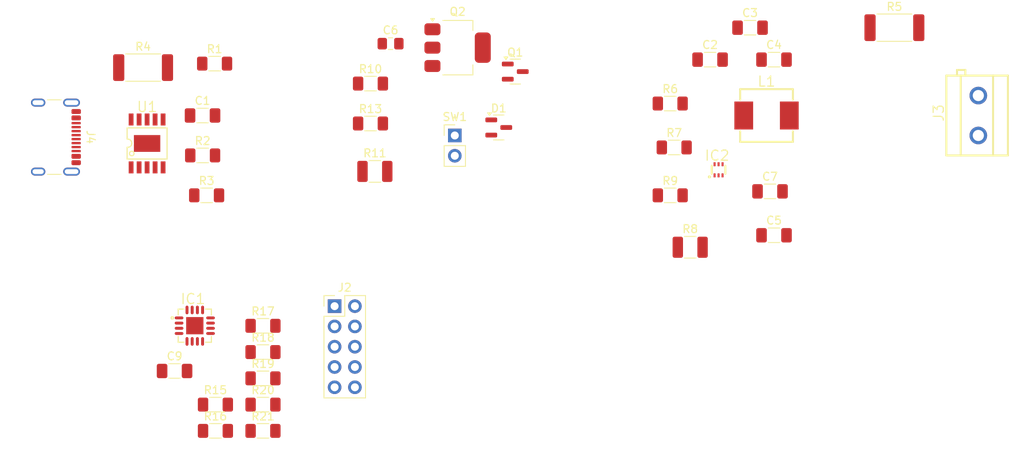
<source format=kicad_pcb>
(kicad_pcb (version 20240108) (generator "pcbnew") (generator_version "8.0")
  (layers (0 "F.Cu" signal) (31 "B.Cu" signal) (34 "B.Paste" user) (35 "F.Paste" user) (36 "B.SilkS" user "B.Silkscreen") (37 "F.SilkS" user "F.Silkscreen") (38 "B.Mask" user) (39 "F.Mask" user) (44 "Edge.Cuts" user))
  (net 0 "")
  (net 1 "GND")
  (net 2 "Net-(U1-VDD)")
  (net 3 "Vbuck")
  (net 4 "Vin_p_2")
  (net 5 "Net-(IC2-FB)")
  (net 6 "Vbus")
  (net 7 "Net-(Q1-D)")
  (net 8 "Vin_n_2")
  (net 9 "Net-(Q1-G)")
  (net 10 "Net-(D1-Pad3)")
  (net 11 "Critical")
  (net 12 "SCL")
  (net 13 "Warning")
  (net 14 "Vin_p_1")
  (net 16 "TC")
  (net 17 "PV")
  (net 18 "Net-(IC1-VPU)")
  (net 19 "SDA")
  (net 20 "Net-(IC2-EN)")
  (net 21 "Net-(IC2-SW)")
  (net 22 "uController")
  (net 23 "Net-(U1-DP)")
  (net 24 "Net-(U1-DM)")
  (net 25 "Net-(J4-CC2)")
  (net 28 "Net-(J4-CC1)")
  (net 29 "Net-(U1-VBUS)")
  (net 30 "Net-(U1-CFG1)")
  (footprint "Resistor_SMD:R_1210_3225Metric_Pad1.30x2.65mm_HandSolder" (layer "F.Cu") (at 126.95 112.5)
    (property "Reference" "R8" (at 0 -2.28 0) (layer "F.SilkS"))
    (property "Value" "220k")
    (fp_line (start -0.723737 -1.355) (end 0.723737 -1.355) (stroke (width 0.12)) (layer "F.SilkS"))
    (fp_line (start -0.723737 1.355) (end 0.723737 1.355) (stroke (width 0.12)) (layer "F.SilkS"))
    (pad "1" smd roundrect (at -1.55 0) (size 1.3 2.65) (layers "F.Cu" "F.Paste" "F.Mask") (roundrect_rratio 0.192308) (net 4 "Vin_p_2"))
    (pad "2" smd roundrect (at 1.55 0) (size 1.3 2.65) (layers "F.Cu" "F.Paste" "F.Mask") (roundrect_rratio 0.192308) (net 5 "Net-(IC2-FB)"))
  )
  (footprint "Resistor_SMD:R_1206_3216Metric_Pad1.30x1.75mm_HandSolder" (layer "F.Cu") (at 124.45 106)
    (property "Reference" "R9" (at 0 -1.82 0) (layer "F.SilkS"))
    (property "Value" "30k")
    (fp_line (start -0.727064 -0.91) (end 0.727064 -0.91) (stroke (width 0.12)) (layer "F.SilkS"))
    (fp_line (start -0.727064 0.91) (end 0.727064 0.91) (stroke (width 0.12)) (layer "F.SilkS"))
    (pad "1" smd roundrect (at -1.55 0) (size 1.3 1.75) (layers "F.Cu" "F.Paste" "F.Mask") (roundrect_rratio 0.192308) (net 5 "Net-(IC2-FB)"))
    (pad "2" smd roundrect (at 1.55 0) (size 1.3 1.75) (layers "F.Cu" "F.Paste" "F.Mask") (roundrect_rratio 0.192308) (net 1 "GND"))
  )
  (footprint "Package_TO_SOT_SMD:SOT-23" (layer "F.Cu") (at 103 97.5)
    (property "Reference" "D1" (at 0 -2.4 0) (layer "F.SilkS"))
    (property "Value" "BAT54C")
    (fp_line (start 0 -1.56) (end -0.65 -1.56) (stroke (width 0.12)) (layer "F.SilkS"))
    (fp_line (start 0 -1.56) (end 0.65 -1.56) (stroke (width 0.12)) (layer "F.SilkS"))
    (fp_line (start 0 1.56) (end -0.65 1.56) (stroke (width 0.12)) (layer "F.SilkS"))
    (fp_line (start 0 1.56) (end 0.65 1.56) (stroke (width 0.12)) (layer "F.SilkS"))
    (fp_poly (pts (xy -1.1625 -1.51) (xy -1.4025 -1.84) (xy -0.9225 -1.84) (xy -1.1625 -1.51)) (stroke (width 0.12)) (fill solid) (layer "F.SilkS"))
    (pad "1" smd roundrect (at -0.9375 -0.95) (size 1.475 0.6) (layers "F.Cu" "F.Paste" "F.Mask") (net 9 "Net-(Q1-G)"))
    (pad "2" smd roundrect (at -0.9375 0.95) (size 1.475 0.6) (layers "F.Cu" "F.Paste" "F.Mask") (net 7 "Net-(Q1-D)"))
    (pad "3" smd roundrect (at 0.9375 0) (size 1.475 0.6) (layers "F.Cu" "F.Paste" "F.Mask") (net 10 "Net-(D1-Pad3)"))
  )
  (footprint "Package_TO_SOT_SMD:SOT-223-3_TabPin2" (layer "F.Cu") (at 97.85 87.5)
    (property "Reference" "Q2" (at 0 -4.5 0) (layer "F.SilkS"))
    (property "Value" "ZXMP4A16G")
    (fp_line (start -1.85 -3.41) (end 1.91 -3.41) (stroke (width 0.12)) (layer "F.SilkS"))
    (fp_line (start -1.85 3.41) (end 1.91 3.41) (stroke (width 0.12)) (layer "F.SilkS"))
    (fp_line (start 1.91 -3.41) (end 1.91 -2.15) (stroke (width 0.12)) (layer "F.SilkS"))
    (fp_line (start 1.91 3.41) (end 1.91 2.15) (stroke (width 0.12)) (layer "F.SilkS"))
    (fp_poly (pts (xy -3.13 -3.31) (xy -3.37 -3.64) (xy -2.89 -3.64) (xy -3.13 -3.31)) (stroke (width 0.12)) (fill solid) (layer "F.SilkS"))
    (pad "1" smd roundrect (at -3.15 -2.3) (size 2 1.5) (layers "F.Cu" "F.Paste" "F.Mask") (net 7 "Net-(Q1-D)"))
    (pad "2" smd roundrect (at -3.15 0) (size 2 1.5) (layers "F.Cu" "F.Paste" "F.Mask") (net 3 "Vbuck"))
    (pad "2" smd roundrect (at 3.15 0) (size 2 3.8) (layers "F.Cu" "F.Paste" "F.Mask") (net 3 "Vbuck"))
    (pad "3" smd roundrect (at -3.15 2.3) (size 2 1.5) (layers "F.Cu" "F.Paste" "F.Mask") (net 6 "Vbus"))
  )
  (footprint "Resistor_SMD:R_1206_3216Metric_Pad1.30x1.75mm_HandSolder" (layer "F.Cu") (at 67.45 89.5)
    (property "Reference" "R1" (at 0 -1.82 0) (layer "F.SilkS"))
    (property "Value" "10k")
    (fp_line (start -0.727064 -0.91) (end 0.727064 -0.91) (stroke (width 0.12)) (layer "F.SilkS"))
    (fp_line (start -0.727064 0.91) (end 0.727064 0.91) (stroke (width 0.12)) (layer "F.SilkS"))
    (pad "1" smd roundrect (at -1.55 0) (size 1.3 1.75) (layers "F.Cu" "F.Paste" "F.Mask") (roundrect_rratio 0.192308) (net 6 "Vbus"))
    (pad "2" smd roundrect (at 1.55 0) (size 1.3 1.75) (layers "F.Cu" "F.Paste" "F.Mask") (roundrect_rratio 0.192308) (net 29 "Net-(U1-VBUS)"))
  )
  (footprint "Resistor_SMD:R_2512_6332Metric_Pad1.40x3.35mm_HandSolder" (layer "F.Cu") (at 58.5 90)
    (property "Reference" "R4" (at 0 -2.62 0) (layer "F.SilkS"))
    (property "Value" "0.1 1%")
    (fp_line (start -2.177064 -1.71) (end 2.177064 -1.71) (stroke (width 0.12)) (layer "F.SilkS"))
    (fp_line (start -2.177064 1.71) (end 2.177064 1.71) (stroke (width 0.12)) (layer "F.SilkS"))
    (pad "1" smd roundrect (at -3.05 0) (size 1.4 3.35) (layers "F.Cu" "F.Paste" "F.Mask") (roundrect_rratio 0.178571) (net 6 "Vbus"))
    (pad "2" smd roundrect (at 3.05 0) (size 1.4 3.35) (layers "F.Cu" "F.Paste" "F.Mask") (roundrect_rratio 0.178571) (net 14 "Vin_p_1"))
  )
  (footprint "Resistor_SMD:R_1206_3216Metric_Pad1.30x1.75mm_HandSolder" (layer "F.Cu") (at 124.45 94.5)
    (property "Reference" "R6" (at 0 -1.82 0) (layer "F.SilkS"))
    (property "Value" "100k")
    (fp_line (start -0.727064 -0.91) (end 0.727064 -0.91) (stroke (width 0.12)) (layer "F.SilkS"))
    (fp_line (start -0.727064 0.91) (end 0.727064 0.91) (stroke (width 0.12)) (layer "F.SilkS"))
    (pad "1" smd roundrect (at -1.55 0) (size 1.3 1.75) (layers "F.Cu" "F.Paste" "F.Mask") (roundrect_rratio 0.192308) (net 3 "Vbuck"))
    (pad "2" smd roundrect (at 1.55 0) (size 1.3 1.75) (layers "F.Cu" "F.Paste" "F.Mask") (roundrect_rratio 0.192308) (net 20 "Net-(IC2-EN)"))
  )
  (footprint "Capacitor_SMD:C_1206_3216Metric_Pad1.33x1.80mm_HandSolder" (layer "F.Cu") (at 137.4375 89)
    (property "Reference" "C4" (at 0 -1.85 0) (layer "F.SilkS"))
    (property "Value" "33pF")
    (fp_line (start -0.711252 -0.91) (end 0.711252 -0.91) (stroke (width 0.12)) (layer "F.SilkS"))
    (fp_line (start -0.711252 0.91) (end 0.711252 0.91) (stroke (width 0.12)) (layer "F.SilkS"))
    (pad "1" smd roundrect (at -1.5625 0) (size 1.325 1.8) (layers "F.Cu" "F.Paste" "F.Mask") (roundrect_rratio 0.188679) (net 4 "Vin_p_2"))
    (pad "2" smd roundrect (at 1.5625 0) (size 1.325 1.8) (layers "F.Cu" "F.Paste" "F.Mask") (roundrect_rratio 0.188679) (net 5 "Net-(IC2-FB)"))
  )
  (footprint "Resistor_SMD:R_1206_3216Metric_Pad1.30x1.75mm_HandSolder" (layer "F.Cu") (at 67.55 135.5)
    (property "Reference" "R16" (at 0 -1.82 0) (layer "F.SilkS"))
    (property "Value" "10K")
    (fp_line (start -0.727064 -0.91) (end 0.727064 -0.91) (stroke (width 0.12)) (layer "F.SilkS"))
    (fp_line (start -0.727064 0.91) (end 0.727064 0.91) (stroke (width 0.12)) (layer "F.SilkS"))
    (pad "1" smd roundrect (at -1.55 0) (size 1.3 1.75) (layers "F.Cu" "F.Paste" "F.Mask") (roundrect_rratio 0.192308) (net 8 "Vin_n_2"))
    (pad "2" smd roundrect (at 1.55 0) (size 1.3 1.75) (layers "F.Cu" "F.Paste" "F.Mask") (roundrect_rratio 0.192308) (net 16 "TC"))
  )
  (footprint "Capacitor_SMD:C_0805_2012Metric_Pad1.18x1.45mm_HandSolder" (layer "F.Cu") (at 89.4625 87)
    (property "Reference" "C6" (at 0 -1.68 0) (layer "F.SilkS"))
    (property "Value" "10n")
    (fp_line (start -0.261252 -0.735) (end 0.261252 -0.735) (stroke (width 0.12)) (layer "F.SilkS"))
    (fp_line (start -0.261252 0.735) (end 0.261252 0.735) (stroke (width 0.12)) (layer "F.SilkS"))
    (pad "1" smd roundrect (at -1.0375 0) (size 1.175 1.45) (layers "F.Cu" "F.Paste" "F.Mask") (roundrect_rratio 0.212766) (net 6 "Vbus"))
    (pad "2" smd roundrect (at 1.0375 0) (size 1.175 1.45) (layers "F.Cu" "F.Paste" "F.Mask") (roundrect_rratio 0.212766) (net 7 "Net-(Q1-D)"))
  )
  (footprint "Resistor_SMD:R_1206_3216Metric_Pad1.30x1.75mm_HandSolder" (layer "F.Cu") (at 73.5 128.92)
    (property "Reference" "R19" (at 0 -1.82 0) (layer "F.SilkS"))
    (property "Value" "10K")
    (fp_line (start -0.727064 -0.91) (end 0.727064 -0.91) (stroke (width 0.12)) (layer "F.SilkS"))
    (fp_line (start -0.727064 0.91) (end 0.727064 0.91) (stroke (width 0.12)) (layer "F.SilkS"))
    (pad "1" smd roundrect (at -1.55 0) (size 1.3 1.75) (layers "F.Cu" "F.Paste" "F.Mask") (roundrect_rratio 0.192308) (net 8 "Vin_n_2"))
    (pad "2" smd roundrect (at 1.55 0) (size 1.3 1.75) (layers "F.Cu" "F.Paste" "F.Mask") (roundrect_rratio 0.192308) (net 19 "SDA"))
  )
  (footprint "Capacitor_SMD:C_1206_3216Metric_Pad1.33x1.80mm_HandSolder" (layer "F.Cu") (at 134.4375 85)
    (property "Reference" "C3" (at 0 -1.85 0) (layer "F.SilkS"))
    (property "Value" "100nF")
    (fp_line (start -0.711252 -0.91) (end 0.711252 -0.91) (stroke (width 0.12)) (layer "F.SilkS"))
    (fp_line (start -0.711252 0.91) (end 0.711252 0.91) (stroke (width 0.12)) (layer "F.SilkS"))
    (pad "1" smd roundrect (at -1.5625 0) (size 1.325 1.8) (layers "F.Cu" "F.Paste" "F.Mask") (roundrect_rratio 0.188679) (net 3 "Vbuck"))
    (pad "2" smd roundrect (at 1.5625 0) (size 1.325 1.8) (layers "F.Cu" "F.Paste" "F.Mask") (roundrect_rratio 0.188679) (net 1 "GND"))
  )
  (footprint "Capacitor_SMD:C_1206_3216Metric_Pad1.33x1.80mm_HandSolder" (layer "F.Cu") (at 136.9375 105.5)
    (property "Reference" "C7" (at 0 -1.85 0) (layer "F.SilkS"))
    (property "Value" "100nF")
    (fp_line (start -0.711252 -0.91) (end 0.711252 -0.91) (stroke (width 0.12)) (layer "F.SilkS"))
    (fp_line (start -0.711252 0.91) (end 0.711252 0.91) (stroke (width 0.12)) (layer "F.SilkS"))
    (pad "1" smd roundrect (at -1.5625 0) (size 1.325 1.8) (layers "F.Cu" "F.Paste" "F.Mask") (roundrect_rratio 0.188679) (net 4 "Vin_p_2"))
    (pad "2" smd roundrect (at 1.5625 0) (size 1.325 1.8) (layers "F.Cu" "F.Paste" "F.Mask") (roundrect_rratio 0.188679) (net 1 "GND"))
  )
  (footprint "Resistor_SMD:R_1206_3216Metric_Pad1.30x1.75mm_HandSolder" (layer "F.Cu") (at 124.95 100)
    (property "Reference" "R7" (at 0 -1.82 0) (layer "F.SilkS"))
    (property "Value" "21.5k")
    (fp_line (start -0.727064 -0.91) (end 0.727064 -0.91) (stroke (width 0.12)) (layer "F.SilkS"))
    (fp_line (start -0.727064 0.91) (end 0.727064 0.91) (stroke (width 0.12)) (layer "F.SilkS"))
    (pad "1" smd roundrect (at -1.55 0) (size 1.3 1.75) (layers "F.Cu" "F.Paste" "F.Mask") (roundrect_rratio 0.192308) (net 20 "Net-(IC2-EN)"))
    (pad "2" smd roundrect (at 1.55 0) (size 1.3 1.75) (layers "F.Cu" "F.Paste" "F.Mask") (roundrect_rratio 0.192308) (net 1 "GND"))
  )
  (footprint "Resistor_SMD:R_1206_3216Metric_Pad1.30x1.75mm_HandSolder" (layer "F.Cu") (at 73.5 125.63)
    (property "Reference" "R18" (at 0 -1.82 0) (layer "F.SilkS"))
    (property "Value" "10K")
    (fp_line (start -0.727064 -0.91) (end 0.727064 -0.91) (stroke (width 0.12)) (layer "F.SilkS"))
    (fp_line (start -0.727064 0.91) (end 0.727064 0.91) (stroke (width 0.12)) (layer "F.SilkS"))
    (pad "1" smd roundrect (at -1.55 0) (size 1.3 1.75) (layers "F.Cu" "F.Paste" "F.Mask") (roundrect_rratio 0.192308) (net 8 "Vin_n_2"))
    (pad "2" smd roundrect (at 1.55 0) (size 1.3 1.75) (layers "F.Cu" "F.Paste" "F.Mask") (roundrect_rratio 0.192308) (net 13 "Warning"))
  )
  (footprint "Package_TO_SOT_SMD:SOT-23" (layer "F.Cu") (at 105.0625 90.5)
    (property "Reference" "Q1" (at 0 -2.4 0) (layer "F.SilkS"))
    (property "Value" "BSS123")
    (fp_line (start 0 -1.56) (end -0.65 -1.56) (stroke (width 0.12)) (layer "F.SilkS"))
    (fp_line (start 0 -1.56) (end 0.65 -1.56) (stroke (width 0.12)) (layer "F.SilkS"))
    (fp_line (start 0 1.56) (end -0.65 1.56) (stroke (width 0.12)) (layer "F.SilkS"))
    (fp_line (start 0 1.56) (end 0.65 1.56) (stroke (width 0.12)) (layer "F.SilkS"))
    (fp_poly (pts (xy -1.1625 -1.51) (xy -1.4025 -1.84) (xy -0.9225 -1.84) (xy -1.1625 -1.51)) (stroke (width 0.12)) (fill solid) (layer "F.SilkS"))
    (pad "1" smd roundrect (at -0.9375 -0.95) (size 1.475 0.6) (layers "F.Cu" "F.Paste" "F.Mask") (net 9 "Net-(Q1-G)"))
    (pad "2" smd roundrect (at -0.9375 0.95) (size 1.475 0.6) (layers "F.Cu" "F.Paste" "F.Mask") (net 1 "GND"))
    (pad "3" smd roundrect (at 0.9375 0) (size 1.475 0.6) (layers "F.Cu" "F.Paste" "F.Mask") (net 7 "Net-(Q1-D)"))
  )
  (footprint "Resistor_SMD:R_1206_3216Metric_Pad1.30x1.75mm_HandSolder" (layer "F.Cu") (at 73.5 135.5)
    (property "Reference" "R21" (at 0 -1.82 0) (layer "F.SilkS"))
    (property "Value" "10K")
    (fp_line (start -0.727064 -0.91) (end 0.727064 -0.91) (stroke (width 0.12)) (layer "F.SilkS"))
    (fp_line (start -0.727064 0.91) (end 0.727064 0.91) (stroke (width 0.12)) (layer "F.SilkS"))
    (pad "1" smd roundrect (at -1.55 0) (size 1.3 1.75) (layers "F.Cu" "F.Paste" "F.Mask") (roundrect_rratio 0.192308) (net 8 "Vin_n_2"))
    (pad "2" smd roundrect (at 1.55 0) (size 1.3 1.75) (layers "F.Cu" "F.Paste" "F.Mask") (roundrect_rratio 0.192308) (net 11 "Critical"))
  )
  (footprint "Capacitor_SMD:C_1206_3216Metric_Pad1.33x1.80mm_HandSolder" (layer "F.Cu") (at 137.4375 111)
    (property "Reference" "C5" (at 0 -1.85 0) (layer "F.SilkS"))
    (property "Value" "22uF")
    (fp_line (start -0.711252 -0.91) (end 0.711252 -0.91) (stroke (width 0.12)) (layer "F.SilkS"))
    (fp_line (start -0.711252 0.91) (end 0.711252 0.91) (stroke (width 0.12)) (layer "F.SilkS"))
    (pad "1" smd roundrect (at -1.5625 0) (size 1.325 1.8) (layers "F.Cu" "F.Paste" "F.Mask") (roundrect_rratio 0.188679) (net 4 "Vin_p_2"))
    (pad "2" smd roundrect (at 1.5625 0) (size 1.325 1.8) (layers "F.Cu" "F.Paste" "F.Mask") (roundrect_rratio 0.188679) (net 1 "GND"))
  )
  (footprint "PCBLIB_IND-SMD_L7.2-W6.6_GPSR07X0_2024-11-15:IND-SMD_L7.2-W6.6_GPSR07X0" (layer "F.Cu") (at 136.5 96)
    (property "Reference" "L1" (at 0 -4.262 0) (layer "F.SilkS") (effects (font (size 1.27 1.27))))
    (property "Value" "2.2uH")
    (fp_line (start -3.2999 -3.3) (end -3.2999 -1.9811) (stroke (width 0.254)) (layer "F.SilkS"))
    (fp_line (start -3.2999 -3.3) (end 3.3 -3.3) (stroke (width 0.254)) (layer "F.SilkS"))
    (fp_line (start -3.2999 1.9811) (end -3.2999 3.3) (stroke (width 0.254)) (layer "F.SilkS"))
    (fp_line (start -3.2999 3.3) (end 3.3 3.3) (stroke (width 0.254)) (layer "F.SilkS"))
    (fp_line (start 3.3 -3.3) (end 3.3 -1.9811) (stroke (width 0.254)) (layer "F.SilkS"))
    (fp_line (start 3.3 1.9811) (end 3.3 3.3) (stroke (width 0.254)) (layer "F.SilkS"))
    (pad "1" smd rect (at -2.85 0) (size 2.35 3.5) (layers "F.Cu" "F.Paste" "F.Mask") (net 21 "Net-(IC2-SW)"))
    (pad "2" smd rect (at 2.85 0) (size 2.35 3.5) (layers "F.Cu" "F.Paste" "F.Mask") (net 4 "Vin_p_2"))
  )
  (footprint "PCBLIB_ESSOP-10_L4.9-W3.9-P1.0-LS6.0-TL-EP_2024-11-15:ESSOP-10_L4.9-W3.9-P1.0-LS6.0-TL-EP" (layer "F.Cu") (at 58.9999 99.5001)
    (property "Reference" "U1" (at 0 -4.5851 0) (layer "F.SilkS") (effects (font (size 1.27 1.27))))
    (property "Value" "CH224K")
    (fp_line (start -2.5 -1.95) (end 2.5 -1.95) (stroke (width 0.15)) (layer "F.SilkS"))
    (fp_line (start -2.5 -0.82) (end -2.5 -1.95) (stroke (width 0.15)) (layer "F.SilkS"))
    (fp_line (start -2.5 -0.58) (end -2.5 -0.82) (stroke (width 0.15)) (layer "F.SilkS"))
    (fp_line (start -2.5 0.48) (end -2.4 0.48) (stroke (width 0.15)) (layer "F.SilkS"))
    (fp_line (start -2.5 1.95) (end -2.5 0.48) (stroke (width 0.15)) (layer "F.SilkS"))
    (fp_line (start -2.5 1.95) (end 2.5 1.95) (stroke (width 0.15)) (layer "F.SilkS"))
    (fp_line (start -2.46 -0.54) (end -2.5 -0.58) (stroke (width 0.15)) (layer "F.SilkS"))
    (fp_line (start 2.5 1.95) (end 2.5 -1.95) (stroke (width 0.15)) (layer "F.SilkS"))
    (fp_arc (start -2.46 -0.54) (mid -2.063934 -0.396066) (end -1.92 0) (stroke (width 0.15)) (layer "F.SilkS"))
    (fp_arc (start -1.92 0) (mid -2.060589 0.339411) (end -2.4 0.48) (stroke (width 0.15)) (layer "F.SilkS"))
    (fp_circle (center -1.9199 1.2602) (end -1.6357 1.2602) (stroke (width 0.15)) (fill none) (layer "F.SilkS"))
    (pad "1" smd rect (at -1.9999 3.0001 90) (size 1.5 0.6) (layers "F.Cu" "F.Paste" "F.Mask") (net 2 "Net-(U1-VDD)"))
    (pad "2" smd rect (at -0.9999 3.0001 90) (size 1.5 0.6) (layers "F.Cu" "F.Paste" "F.Mask"))
    (pad "3" smd rect (at 0.0001 3.0001 90) (size 1.5 0.6) (layers "F.Cu" "F.Paste" "F.Mask"))
    (pad "4" smd rect (at 1.0001 3.0001 90) (size 1.5 0.6) (layers "F.Cu" "F.Paste" "F.Mask") (net 23 "Net-(U1-DP)"))
    (pad "5" smd rect (at 2.0001 3.0001 90) (size 1.5 0.6) (layers "F.Cu" "F.Paste" "F.Mask") (net 24 "Net-(U1-DM)"))
    (pad "6" smd rect (at 2.0001 -2.9999 90) (size 1.5 0.6) (layers "F.Cu" "F.Paste" "F.Mask") (net 25 "Net-(J4-CC2)"))
    (pad "7" smd rect (at 1.0001 -3.0001 90) (size 1.5 0.6) (layers "F.Cu" "F.Paste" "F.Mask") (net 28 "Net-(J4-CC1)"))
    (pad "8" smd rect (at 0.0001 -3.0001 90) (size 1.5 0.6) (layers "F.Cu" "F.Paste" "F.Mask") (net 29 "Net-(U1-VBUS)"))
    (pad "9" smd rect (at -0.9999 -3.0001 90) (size 1.5 0.6) (layers "F.Cu" "F.Paste" "F.Mask") (net 30 "Net-(U1-CFG1)"))
    (pad "10" smd rect (at -1.9999 -2.9999 90) (size 1.5 0.6) (layers "F.Cu" "F.Paste" "F.Mask"))
    (pad "11" smd rect (at 0.0001 -0.0001 180) (size 3.3 2.1) (layers "F.Cu" "F.Paste" "F.Mask") (net 1 "GND"))
  )
  (footprint "Capacitor_SMD:C_1206_3216Metric_Pad1.33x1.80mm_HandSolder" (layer "F.Cu") (at 62.4375 128)
    (property "Reference" "C9" (at 0 -1.85 0) (layer "F.SilkS"))
    (property "Value" "100nF")
    (fp_line (start -0.711252 -0.91) (end 0.711252 -0.91) (stroke (width 0.12)) (layer "F.SilkS"))
    (fp_line (start -0.711252 0.91) (end 0.711252 0.91) (stroke (width 0.12)) (layer "F.SilkS"))
    (pad "1" smd roundrect (at -1.5625 0) (size 1.325 1.8) (layers "F.Cu" "F.Paste" "F.Mask") (roundrect_rratio 0.188679) (net 8 "Vin_n_2"))
    (pad "2" smd roundrect (at 1.5625 0) (size 1.325 1.8) (layers "F.Cu" "F.Paste" "F.Mask") (roundrect_rratio 0.188679) (net 1 "GND"))
  )
  (footprint "Resistor_SMD:R_1206_3216Metric_Pad1.30x1.75mm_HandSolder" (layer "F.Cu") (at 86.95 97)
    (property "Reference" "R13" (at 0 -1.82 0) (layer "F.SilkS"))
    (property "Value" "100K")
    (fp_line (start -0.727064 -0.91) (end 0.727064 -0.91) (stroke (width 0.12)) (layer "F.SilkS"))
    (fp_line (start -0.727064 0.91) (end 0.727064 0.91) (stroke (width 0.12)) (layer "F.SilkS"))
    (pad "1" smd roundrect (at -1.55 0) (size 1.3 1.75) (layers "F.Cu" "F.Paste" "F.Mask") (roundrect_rratio 0.192308) (net 6 "Vbus"))
    (pad "2" smd roundrect (at 1.55 0) (size 1.3 1.75) (layers "F.Cu" "F.Paste" "F.Mask") (roundrect_rratio 0.192308) (net 7 "Net-(Q1-D)"))
  )
  (footprint "Connector_PinHeader_2.54mm:PinHeader_2x05_P2.54mm_Vertical" (layer "F.Cu") (at 82.46 119.88)
    (property "Reference" "J2" (at 1.27 -2.33 0) (layer "F.SilkS"))
    (property "Value" "Microcontroller")
    (fp_line (start -1.33 -1.33) (end 0 -1.33) (stroke (width 0.12)) (layer "F.SilkS"))
    (fp_line (start -1.33 0) (end -1.33 -1.33) (stroke (width 0.12)) (layer "F.SilkS"))
    (fp_line (start -1.33 1.27) (end -1.33 11.49) (stroke (width 0.12)) (layer "F.SilkS"))
    (fp_line (start -1.33 1.27) (end 1.27 1.27) (stroke (width 0.12)) (layer "F.SilkS"))
    (fp_line (start -1.33 11.49) (end 3.87 11.49) (stroke (width 0.12)) (layer "F.SilkS"))
    (fp_line (start 1.27 -1.33) (end 3.87 -1.33) (stroke (width 0.12)) (layer "F.SilkS"))
    (fp_line (start 1.27 1.27) (end 1.27 -1.33) (stroke (width 0.12)) (layer "F.SilkS"))
    (fp_line (start 3.87 -1.33) (end 3.87 11.49) (stroke (width 0.12)) (layer "F.SilkS"))
    (pad "1" thru_hole rect (at 0 0) (size 1.7 1.7) (drill 1) (layers "*.Cu" "*.Mask") (net 8 "Vin_n_2"))
    (pad "2" thru_hole oval (at 2.54 0) (size 1.7 1.7) (drill 1) (layers "*.Cu" "*.Mask") (net 17 "PV"))
    (pad "3" thru_hole oval (at 0 2.54) (size 1.7 1.7) (drill 1) (layers "*.Cu" "*.Mask") (net 22 "uController"))
    (pad "4" thru_hole oval (at 2.54 2.54) (size 1.7 1.7) (drill 1) (layers "*.Cu" "*.Mask") (net 16 "TC"))
    (pad "5" thru_hole oval (at 0 5.08) (size 1.7 1.7) (drill 1) (layers "*.Cu" "*.Mask") (net 12 "SCL"))
    (pad "6" thru_hole oval (at 2.54 5.08) (size 1.7 1.7) (drill 1) (layers "*.Cu" "*.Mask") (net 13 "Warning"))
    (pad "7" thru_hole oval (at 0 7.62) (size 1.7 1.7) (drill 1) (layers "*.Cu" "*.Mask") (net 19 "SDA"))
    (pad "8" thru_hole oval (at 2.54 7.62) (size 1.7 1.7) (drill 1) (layers "*.Cu" "*.Mask") (net 11 "Critical"))
    (pad "9" thru_hole oval (at 0 10.16) (size 1.7 1.7) (drill 1) (layers "*.Cu" "*.Mask") (net 1 "GND"))
    (pad "10" thru_hole oval (at 2.54 10.16) (size 1.7 1.7) (drill 1) (layers "*.Cu" "*.Mask") (net 1 "GND"))
  )
  (footprint "Resistor_SMD:R_2512_6332Metric_Pad1.40x3.35mm_HandSolder" (layer "F.Cu") (at 152.5 85)
    (property "Reference" "R5" (at 0 -2.62 0) (layer "F.SilkS"))
    (property "Value" "0.1 1%")
    (fp_line (start -2.177064 -1.71) (end 2.177064 -1.71) (stroke (width 0.12)) (layer "F.SilkS"))
    (fp_line (start -2.177064 1.71) (end 2.177064 1.71) (stroke (width 0.12)) (layer "F.SilkS"))
    (pad "1" smd roundrect (at -3.05 0) (size 1.4 3.35) (layers "F.Cu" "F.Paste" "F.Mask") (roundrect_rratio 0.178571) (net 8 "Vin_n_2"))
    (pad "2" smd roundrect (at 3.05 0) (size 1.4 3.35) (layers "F.Cu" "F.Paste" "F.Mask") (roundrect_rratio 0.178571) (net 4 "Vin_p_2"))
  )
  (footprint "PCBLIB_QFN-16_L4.0-W4.0-P0.65-TL-EP2.2_2024-11-15:QFN-16_L4.0-W4.0-P0.65-TL-EP2.2" (layer "F.Cu") (at 64.9685 122.3249)
    (property "Reference" "IC1" (at -0.226225 -3.347 0) (layer "F.SilkS") (effects (font (size 1.27 1.27))))
    (property "Value" "INA3221AIRGVR")
    (fp_line (start -2.0762 -2.0762) (end -2.0762 -1.3475) (stroke (width 0.1524)) (layer "F.SilkS"))
    (fp_line (start -2.0762 2.0762) (end -2.0762 1.3475) (stroke (width 0.1524)) (layer "F.SilkS"))
    (fp_line (start -1.3475 -2.0762) (end -2.0762 -2.0762) (stroke (width 0.1524)) (layer "F.SilkS"))
    (fp_line (start -1.3475 2.0762) (end -2.0762 2.0762) (stroke (width 0.1524)) (layer "F.SilkS"))
    (fp_line (start 1.3475 -2.0762) (end 2.0762 -2.0762) (stroke (width 0.1524)) (layer "F.SilkS"))
    (fp_line (start 1.3475 2.0762) (end 2.0762 2.0762) (stroke (width 0.1524)) (layer "F.SilkS"))
    (fp_line (start 2.0762 -2.0762) (end 2.0762 -1.3475) (stroke (width 0.1524)) (layer "F.SilkS"))
    (fp_line (start 2.0762 2.0762) (end 2.0762 1.3475) (stroke (width 0.1524)) (layer "F.SilkS"))
    (fp_circle (center -2.812 -0.9751) (end -2.7358 -0.9751) (stroke (width 0.1525)) (fill none) (layer "F.SilkS"))
    (pad "1" smd oval (at -1.9685 -0.9751 270) (size 0.364 1.087) (layers "F.Cu" "F.Paste" "F.Mask") (net 8 "Vin_n_2"))
    (pad "2" smd oval (at -1.9685 -0.3249 270) (size 0.364 1.087) (layers "F.Cu" "F.Paste" "F.Mask") (net 4 "Vin_p_2"))
    (pad "3" smd oval (at -1.9685 0.3251 270) (size 0.364 1.087) (layers "F.Cu" "F.Paste" "F.Mask") (net 1 "GND"))
    (pad "4" smd oval (at -1.9685 0.9751 270) (size 0.364 1.087) (layers "F.Cu" "F.Paste" "F.Mask") (net 8 "Vin_n_2"))
    (pad "5" smd oval (at -0.9751 1.9685 270) (size 1.087 0.364) (layers "F.Cu" "F.Paste" "F.Mask"))
    (pad "6" smd oval (at -0.3249 1.9685 270) (size 1.087 0.364) (layers "F.Cu" "F.Paste" "F.Mask") (net 12 "SCL"))
    (pad "7" smd oval (at 0.3251 1.9685 270) (size 1.087 0.364) (layers "F.Cu" "F.Paste" "F.Mask") (net 19 "SDA"))
    (pad "8" smd oval (at 0.9751 1.9685 270) (size 1.087 0.364) (layers "F.Cu" "F.Paste" "F.Mask") (net 13 "Warning"))
    (pad "9" smd oval (at 1.9685 0.9751 270) (size 0.364 1.087) (layers "F.Cu" "F.Paste" "F.Mask") (net 11 "Critical"))
    (pad "10" smd oval (at 1.9685 0.3251 270) (size 0.364 1.087) (layers "F.Cu" "F.Paste" "F.Mask") (net 17 "PV"))
    (pad "11" smd oval (at 1.9685 -0.3249 270) (size 0.364 1.087) (layers "F.Cu" "F.Paste" "F.Mask") (net 6 "Vbus"))
    (pad "12" smd oval (at 1.9685 -0.9751 270) (size 0.364 1.087) (layers "F.Cu" "F.Paste" "F.Mask") (net 14 "Vin_p_1"))
    (pad "13" smd oval (at 0.9751 -1.9685 270) (size 1.087 0.364) (layers "F.Cu" "F.Paste" "F.Mask") (net 16 "TC"))
    (pad "14" smd oval (at 0.3251 -1.9685 270) (size 1.087 0.364) (layers "F.Cu" "F.Paste" "F.Mask") (net 8 "Vin_n_2"))
    (pad "15" smd oval (at -0.3249 -1.9685 270) (size 1.087 0.364) (layers "F.Cu" "F.Paste" "F.Mask") (net 4 "Vin_p_2"))
    (pad "16" smd oval (at -0.9751 -1.9685 270) (size 1.087 0.364) (layers "F.Cu" "F.Paste" "F.Mask") (net 18 "Net-(IC1-VPU)"))
    (pad "17" smd rect (at 0 0) (size 2.16 2.16) (layers "F.Cu" "F.Paste" "F.Mask") (net 1 "GND"))
  )
  (footprint "Resistor_SMD:R_1206_3216Metric_Pad1.30x1.75mm_HandSolder" (layer "F.Cu") (at 73.5 132.21)
    (property "Reference" "R20" (at 0 -1.82 0) (layer "F.SilkS"))
    (property "Value" "10K")
    (fp_line (start -0.727064 -0.91) (end 0.727064 -0.91) (stroke (width 0.12)) (layer "F.SilkS"))
    (fp_line (start -0.727064 0.91) (end 0.727064 0.91) (stroke (width 0.12)) (layer "F.SilkS"))
    (pad "1" smd roundrect (at -1.55 0) (size 1.3 1.75) (layers "F.Cu" "F.Paste" "F.Mask") (roundrect_rratio 0.192308) (net 8 "Vin_n_2"))
    (pad "2" smd roundrect (at 1.55 0) (size 1.3 1.75) (layers "F.Cu" "F.Paste" "F.Mask") (roundrect_rratio 0.192308) (net 12 "SCL"))
  )
  (footprint "PCBLIB_SOT-5X3-6_W1.6-L1.2-P0.50-LS1.6-BL_2024-11-15:SOT-5X3-6_W1.6-L1.2-P0.50-LS1.6-BL" (layer "F.Cu") (at 130.5011 102.8002)
    (property "Reference" "IC2" (at -0.183 -1.7848 0) (layer "F.SilkS") (effects (font (size 1.27 1.27))))
    (property "Value" "TPS566247DRLR")
    (fp_line (start -0.85 -0.5004) (end -0.85 0.5004) (stroke (width 0.254)) (layer "F.SilkS"))
    (fp_line (start 0.85 -0.498) (end 0.85 0.5004) (stroke (width 0.254)) (layer "F.SilkS"))
    (fp_circle (center -1.1429 0.889) (end -1.0428 0.889) (stroke (width 0.2)) (fill none) (layer "F.SilkS"))
    (pad "1" smd rect (at -0.501 0.6998) (size 0.25 0.5) (layers "F.Cu" "F.Paste" "F.Mask") (net 3 "Vbuck"))
    (pad "2" smd rect (at -0.0011 0.6998) (size 0.25 0.5) (layers "F.Cu" "F.Paste" "F.Mask") (net 21 "Net-(IC2-SW)"))
    (pad "3" smd rect (at 0.499 0.6998) (size 0.25 0.5) (layers "F.Cu" "F.Paste" "F.Mask") (net 1 "GND"))
    (pad "4" smd rect (at 0.501 -0.6998) (size 0.25 0.5) (layers "F.Cu" "F.Paste" "F.Mask") (net 1 "GND"))
    (pad "5" smd rect (at -0.0011 -0.6998) (size 0.25 0.5) (layers "F.Cu" "F.Paste" "F.Mask") (net 20 "Net-(IC2-EN)"))
    (pad "6" smd rect (at -0.501 -0.6998) (size 0.25 0.5) (layers "F.Cu" "F.Paste" "F.Mask") (net 5 "Net-(IC2-FB)"))
  )
  (footprint "Resistor_SMD:R_1206_3216Metric_Pad1.30x1.75mm_HandSolder" (layer "F.Cu") (at 73.5 122.34)
    (property "Reference" "R17" (at 0 -1.82 0) (layer "F.SilkS"))
    (property "Value" "10K")
    (fp_line (start -0.727064 -0.91) (end 0.727064 -0.91) (stroke (width 0.12)) (layer "F.SilkS"))
    (fp_line (start -0.727064 0.91) (end 0.727064 0.91) (stroke (width 0.12)) (layer "F.SilkS"))
    (pad "1" smd roundrect (at -1.55 0) (size 1.3 1.75) (layers "F.Cu" "F.Paste" "F.Mask") (roundrect_rratio 0.192308) (net 18 "Net-(IC1-VPU)"))
    (pad "2" smd roundrect (at 1.55 0) (size 1.3 1.75) (layers "F.Cu" "F.Paste" "F.Mask") (roundrect_rratio 0.192308) (net 17 "PV"))
  )
  (footprint "Capacitor_SMD:C_1206_3216Metric_Pad1.33x1.80mm_HandSolder" (layer "F.Cu") (at 65.9375 96)
    (property "Reference" "C1" (at 0 -1.85 0) (layer "F.SilkS"))
    (property "Value" "1uF")
    (fp_line (start -0.711252 -0.91) (end 0.711252 -0.91) (stroke (width 0.12)) (layer "F.SilkS"))
    (fp_line (start -0.711252 0.91) (end 0.711252 0.91) (stroke (width 0.12)) (layer "F.SilkS"))
    (pad "1" smd roundrect (at -1.5625 0) (size 1.325 1.8) (layers "F.Cu" "F.Paste" "F.Mask") (roundrect_rratio 0.188679) (net 2 "Net-(U1-VDD)"))
    (pad "2" smd roundrect (at 1.5625 0) (size 1.325 1.8) (layers "F.Cu" "F.Paste" "F.Mask") (roundrect_rratio 0.188679) (net 1 "GND"))
  )
  (footprint "Resistor_SMD:R_1206_3216Metric_Pad1.30x1.75mm_HandSolder" (layer "F.Cu") (at 65.95 101)
    (property "Reference" "R2" (at 0 -1.82 0) (layer "F.SilkS"))
    (property "Value" "1k")
    (fp_line (start -0.727064 -0.91) (end 0.727064 -0.91) (stroke (width 0.12)) (layer "F.SilkS"))
    (fp_line (start -0.727064 0.91) (end 0.727064 0.91) (stroke (width 0.12)) (layer "F.SilkS"))
    (pad "1" smd roundrect (at -1.55 0) (size 1.3 1.75) (layers "F.Cu" "F.Paste" "F.Mask") (roundrect_rratio 0.192308) (net 2 "Net-(U1-VDD)"))
    (pad "2" smd roundrect (at 1.55 0) (size 1.3 1.75) (layers "F.Cu" "F.Paste" "F.Mask") (roundrect_rratio 0.192308) (net 6 "Vbus"))
  )
  (footprint "Capacitor_SMD:C_1206_3216Metric_Pad1.33x1.80mm_HandSolder" (layer "F.Cu") (at 129.4375 89)
    (property "Reference" "C2" (at 0 -1.85 0) (layer "F.SilkS"))
    (property "Value" "10uF")
    (fp_line (start -0.711252 -0.91) (end 0.711252 -0.91) (stroke (width 0.12)) (layer "F.SilkS"))
    (fp_line (start -0.711252 0.91) (end 0.711252 0.91) (stroke (width 0.12)) (layer "F.SilkS"))
    (pad "1" smd roundrect (at -1.5625 0) (size 1.325 1.8) (layers "F.Cu" "F.Paste" "F.Mask") (roundrect_rratio 0.188679) (net 3 "Vbuck"))
    (pad "2" smd roundrect (at 1.5625 0) (size 1.325 1.8) (layers "F.Cu" "F.Paste" "F.Mask") (roundrect_rratio 0.188679) (net 1 "GND"))
  )
  (footprint "Resistor_SMD:R_1206_3216Metric_Pad1.30x1.75mm_HandSolder" (layer "F.Cu") (at 67.55 132.21)
    (property "Reference" "R15" (at 0 -1.82 0) (layer "F.SilkS"))
    (property "Value" "10K")
    (fp_line (start -0.727064 -0.91) (end 0.727064 -0.91) (stroke (width 0.12)) (layer "F.SilkS"))
    (fp_line (start -0.727064 0.91) (end 0.727064 0.91) (stroke (width 0.12)) (layer "F.SilkS"))
    (pad "1" smd roundrect (at -1.55 0) (size 1.3 1.75) (layers "F.Cu" "F.Paste" "F.Mask") (roundrect_rratio 0.192308) (net 8 "Vin_n_2"))
    (pad "2" smd roundrect (at 1.55 0) (size 1.3 1.75) (layers "F.Cu" "F.Paste" "F.Mask") (roundrect_rratio 0.192308) (net 17 "PV"))
  )
  (footprint "Resistor_SMD:R_1206_3216Metric_Pad1.30x1.75mm_HandSolder" (layer "F.Cu") (at 66.45 106)
    (property "Reference" "R3" (at 0 -1.82 0) (layer "F.SilkS"))
    (property "Value" "24k")
    (fp_line (start -0.727064 -0.91) (end 0.727064 -0.91) (stroke (width 0.12)) (layer "F.SilkS"))
    (fp_line (start -0.727064 0.91) (end 0.727064 0.91) (stroke (width 0.12)) (layer "F.SilkS"))
    (pad "1" smd roundrect (at -1.55 0) (size 1.3 1.75) (layers "F.Cu" "F.Paste" "F.Mask") (roundrect_rratio 0.192308) (net 30 "Net-(U1-CFG1)"))
    (pad "2" smd roundrect (at 1.55 0) (size 1.3 1.75) (layers "F.Cu" "F.Paste" "F.Mask") (roundrect_rratio 0.192308) (net 1 "GND"))
  )
  (footprint "Resistor_SMD:R_1206_3216Metric_Pad1.30x1.75mm_HandSolder" (layer "F.Cu") (at 86.95 92)
    (property "Reference" "R10" (at 0 -1.82 0) (layer "F.SilkS"))
    (property "Value" "330")
    (fp_line (start -0.727064 -0.91) (end 0.727064 -0.91) (stroke (width 0.12)) (layer "F.SilkS"))
    (fp_line (start -0.727064 0.91) (end 0.727064 0.91) (stroke (width 0.12)) (layer "F.SilkS"))
    (pad "1" smd roundrect (at -1.55 0) (size 1.3 1.75) (layers "F.Cu" "F.Paste" "F.Mask") (roundrect_rratio 0.192308) (net 22 "uController"))
    (pad "2" smd roundrect (at 1.55 0) (size 1.3 1.75) (layers "F.Cu" "F.Paste" "F.Mask") (roundrect_rratio 0.192308) (net 9 "Net-(Q1-G)"))
  )
  (footprint "Connector_USB:USB_C_Receptacle_GCT_USB4105-xx-A_16P_TopMnt_Horizontal" (layer "F.Cu") (at 46.445 98.705 -90)
    (property "Reference" "J4" (at 0 -5.5 -90) (layer "F.SilkS"))
    (property "Value" "USB_C_Receptacle_USB2.0_16P")
    (fp_line (start -4.67 -0.1) (end -4.67 -1.8) (stroke (width 0.12)) (layer "F.SilkS"))
    (fp_line (start 4.67 -0.1) (end 4.67 -1.8) (stroke (width 0.12)) (layer "F.SilkS"))
    (pad "" np_thru_hole circle (at -2.89 -2.605 270) (size 0.65 0.65) (drill 0.65) (layers "F&B.Cu" "*.Mask"))
    (pad "" np_thru_hole circle (at 2.89 -2.605 270) (size 0.65 0.65) (drill 0.65) (layers "F&B.Cu" "*.Mask"))
    (pad "A1" smd roundrect (at -3.2 -3.68 270) (size 0.6 1.15) (layers "F.Cu" "F.Paste" "F.Mask") (net 1 "GND"))
    (pad "A4" smd roundrect (at -2.4 -3.68 270) (size 0.6 1.15) (layers "F.Cu" "F.Paste" "F.Mask") (net 14 "Vin_p_1"))
    (pad "A5" smd roundrect (at -1.25 -3.68 270) (size 0.3 1.15) (layers "F.Cu" "F.Paste" "F.Mask") (net 28 "Net-(J4-CC1)"))
    (pad "A6" smd roundrect (at -0.25 -3.68 270) (size 0.3 1.15) (layers "F.Cu" "F.Paste" "F.Mask") (net 23 "Net-(U1-DP)"))
    (pad "A7" smd roundrect (at 0.25 -3.68 270) (size 0.3 1.15) (layers "F.Cu" "F.Paste" "F.Mask") (net 24 "Net-(U1-DM)"))
    (pad "A8" smd roundrect (at 1.25 -3.68 270) (size 0.3 1.15) (layers "F.Cu" "F.Paste" "F.Mask"))
    (pad "A9" smd roundrect (at 2.4 -3.68 270) (size 0.6 1.15) (layers "F.Cu" "F.Paste" "F.Mask") (net 14 "Vin_p_1"))
    (pad "A12" smd roundrect (at 3.2 -3.68 270) (size 0.6 1.15) (layers "F.Cu" "F.Paste" "F.Mask") (net 1 "GND"))
    (pad "B1" smd roundrect (at 3.2 -3.68 270) (size 0.6 1.15) (layers "F.Cu" "F.Paste" "F.Mask") (net 1 "GND"))
    (pad "B4" smd roundrect (at 2.4 -3.68 270) (size 0.6 1.15) (layers "F.Cu" "F.Paste" "F.Mask") (net 14 "Vin_p_1"))
    (pad "B5" smd roundrect (at 1.75 -3.68 270) (size 0.3 1.15) (layers "F.Cu" "F.Paste" "F.Mask") (net 25 "Net-(J4-CC2)"))
    (pad "B6" smd roundrect (at 0.75 -3.68 270) (size 0.3 1.15) (layers "F.Cu" "F.Paste" "F.Mask") (net 23 "Net-(U1-DP)"))
    (pad "B7" smd roundrect (at -0.75 -3.68 270) (size 0.3 1.15) (layers "F.Cu" "F.Paste" "F.Mask") (net 24 "Net-(U1-DM)"))
    (pad "B8" smd roundrect (at -1.75 -3.68 270) (size 0.3 1.15) (layers "F.Cu" "F.Paste" "F.Mask"))
    (pad "B9" smd roundrect (at -2.4 -3.68 270) (size 0.6 1.15) (layers "F.Cu" "F.Paste" "F.Mask") (net 14 "Vin_p_1"))
    (pad "B12" smd roundrect (at -3.2 -3.68 270) (size 0.6 1.15) (layers "F.Cu" "F.Paste" "F.Mask") (net 1 "GND"))
    (pad "S1" thru_hole oval (at -4.32 -3.105 270) (size 1 2.1) (drill oval 0.6 1.7) (layers "*.Cu" "*.Mask" "F.Paste") (net 1 "GND"))
    (pad "S1" thru_hole oval (at -4.32 1.075 270) (size 1 1.8) (drill oval 0.6 1.4) (layers "*.Cu" "*.Mask" "F.Paste") (net 1 "GND"))
    (pad "S1" thru_hole oval (at 4.32 -3.105 270) (size 1 2.1) (drill oval 0.6 1.7) (layers "*.Cu" "*.Mask" "F.Paste") (net 1 "GND"))
    (pad "S1" thru_hole oval (at 4.32 1.075 270) (size 1 1.8) (drill oval 0.6 1.4) (layers "*.Cu" "*.Mask" "F.Paste") (net 1 "GND"))
  )
  (footprint "Connector_PinHeader_2.54mm:PinHeader_1x02_P2.54mm_Vertical" (layer "F.Cu") (at 97.5 98.5)
    (property "Reference" "SW1" (at 0 -2.33 0) (layer "F.SilkS"))
    (property "Value" "SW_Push")
    (fp_line (start -1.33 -1.33) (end 0 -1.33) (stroke (width 0.12)) (layer "F.SilkS"))
    (fp_line (start -1.33 0) (end -1.33 -1.33) (stroke (width 0.12)) (layer "F.SilkS"))
    (fp_line (start -1.33 1.27) (end -1.33 3.87) (stroke (width 0.12)) (layer "F.SilkS"))
    (fp_line (start -1.33 1.27) (end 1.33 1.27) (stroke (width 0.12)) (layer "F.SilkS"))
    (fp_line (start -1.33 3.87) (end 1.33 3.87) (stroke (width 0.12)) (layer "F.SilkS"))
    (fp_line (start 1.33 1.27) (end 1.33 3.87) (stroke (width 0.12)) (layer "F.SilkS"))
    (pad "1" thru_hole rect (at 0 0) (size 1.7 1.7) (drill 1) (layers "*.Cu" "*.Mask") (net 1 "GND"))
    (pad "2" thru_hole oval (at 0 2.54) (size 1.7 1.7) (drill 1) (layers "*.Cu" "*.Mask") (net 10 "Net-(D1-Pad3)"))
  )
  (footprint "Resistor_SMD:R_1210_3225Metric_Pad1.30x2.65mm_HandSolder" (layer "F.Cu") (at 87.5 103)
    (property "Reference" "R11" (at 0 -2.28 0) (layer "F.SilkS"))
    (property "Value" "1M")
    (fp_line (start -0.723737 -1.355) (end 0.723737 -1.355) (stroke (width 0.12)) (layer "F.SilkS"))
    (fp_line (start -0.723737 1.355) (end 0.723737 1.355) (stroke (width 0.12)) (layer "F.SilkS"))
    (pad "1" smd roundrect (at -1.55 0) (size 1.3 2.65) (layers "F.Cu" "F.Paste" "F.Mask") (roundrect_rratio 0.192308) (net 9 "Net-(Q1-G)"))
    (pad "2" smd roundrect (at 1.55 0) (size 1.3 2.65) (layers "F.Cu" "F.Paste" "F.Mask") (roundrect_rratio 0.192308) (net 1 "GND"))
  )
  (footprint "PCBLIB_CONN-TH_P5.00_KF301-5.0-2P_2024-11-15:CONN-TH_P5.00_KF301-5.0-2P" (layer "F.Cu") (at 163 96 90)
    (property "Reference" "J3" (at 0.32395 -4.962 90) (layer "F.SilkS") (effects (font (size 1.27 1.27))))
    (property "Value" "Vout_Connector")
    (fp_line (start 5 -4) (end 5 3.7) (stroke (width 0.254)) (layer "F.SilkS"))
    (fp_line (start -5 -4) (end 5 -4) (stroke (width 0.254)) (layer "F.SilkS"))
    (fp_line (start -5 -4) (end -5 3.7) (stroke (width 0.254)) (layer "F.SilkS"))
    (fp_line (start 5.708 -2.667) (end 5.708 -1.6264) (stroke (width 0.254)) (layer "F.SilkS"))
    (fp_line (start 5.08 -2.667) (end 5.708 -2.667) (stroke (width 0.254)) (layer "F.SilkS"))
    (fp_line (start -5 -2.2006) (end 5 -2.2006) (stroke (width 0.254)) (layer "F.SilkS"))
    (fp_line (start 5.708 -1.6264) (end 5.08 -1.6264) (stroke (width 0.254)) (layer "F.SilkS"))
    (fp_line (start -5 1.8446) (end 5 1.8446) (stroke (width 0.254)) (layer "F.SilkS"))
    (fp_line (start -5 3.7) (end 5 3.7) (stroke (width 0.254)) (layer "F.SilkS"))
    (pad "1" thru_hole oval (at -2.5 0 90) (size 2.2 2.2) (drill 1.4) (layers "*.Cu" "*.Mask") (net 8 "Vin_n_2"))
    (pad "2" thru_hole oval (at 2.5 0 90) (size 2.2 2.2) (drill 1.4) (layers "*.Cu" "*.Mask") (net 1 "GND"))
  )
)
</source>
